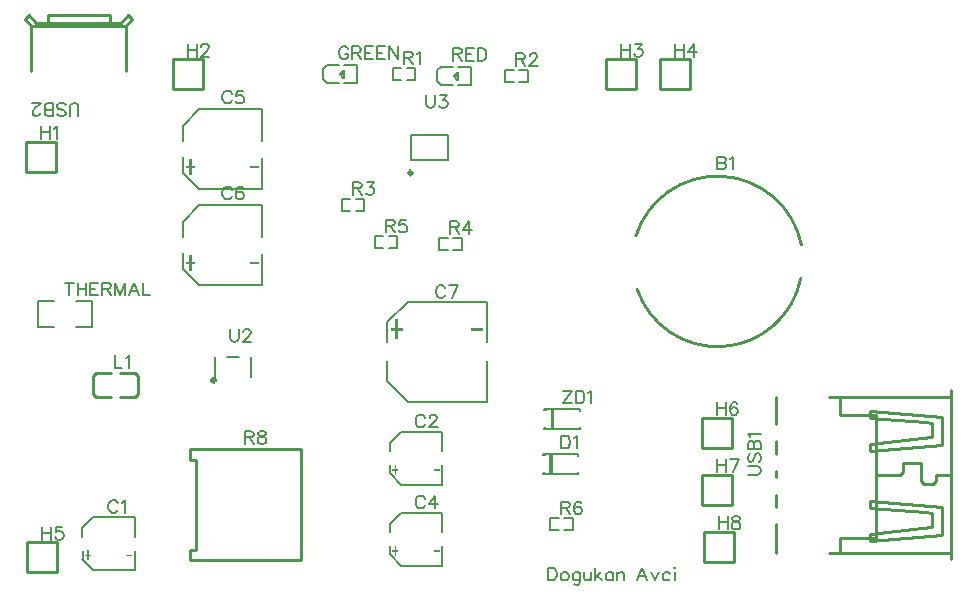
<source format=gto>
G04 Layer: TopSilkscreenLayer*
G04 EasyEDA v6.5.51, 2025-09-24 14:11:52*
G04 3cc6f75c99854130816e6aad485a8a88,01ea995e815642bba8bbaaaafbe3517a,10*
G04 Gerber Generator version 0.2*
G04 Scale: 100 percent, Rotated: No, Reflected: No *
G04 Dimensions in millimeters *
G04 leading zeros omitted , absolute positions ,4 integer and 5 decimal *
%FSLAX45Y45*%
%MOMM*%

%ADD10C,0.1524*%
%ADD11C,0.1520*%
%ADD12C,0.1500*%
%ADD13C,0.2540*%
%ADD14C,0.3000*%
%ADD15C,0.0154*%

%LPD*%
D10*
X6714845Y5881115D02*
G01*
X6714845Y5772150D01*
X6714845Y5881115D02*
G01*
X6761581Y5881115D01*
X6777075Y5876036D01*
X6782409Y5870702D01*
X6787489Y5860287D01*
X6787489Y5849873D01*
X6782409Y5839460D01*
X6777075Y5834379D01*
X6761581Y5829300D01*
X6714845Y5829300D02*
G01*
X6761581Y5829300D01*
X6777075Y5823965D01*
X6782409Y5818886D01*
X6787489Y5808471D01*
X6787489Y5792723D01*
X6782409Y5782310D01*
X6777075Y5777229D01*
X6761581Y5772150D01*
X6714845Y5772150D01*
X6821779Y5860287D02*
G01*
X6832193Y5865621D01*
X6847941Y5881115D01*
X6847941Y5772150D01*
X1639125Y2946907D02*
G01*
X1633791Y2957321D01*
X1623377Y2967736D01*
X1613217Y2972815D01*
X1592389Y2972815D01*
X1581975Y2967736D01*
X1571561Y2957321D01*
X1566227Y2946907D01*
X1561147Y2931160D01*
X1561147Y2905252D01*
X1566227Y2889757D01*
X1571561Y2879344D01*
X1581975Y2868929D01*
X1592389Y2863850D01*
X1613217Y2863850D01*
X1623377Y2868929D01*
X1633791Y2879344D01*
X1639125Y2889757D01*
X1673415Y2951987D02*
G01*
X1683829Y2957321D01*
X1699323Y2972815D01*
X1699323Y2863850D01*
X4242625Y3670807D02*
G01*
X4237291Y3681221D01*
X4226877Y3691636D01*
X4216717Y3696715D01*
X4195889Y3696715D01*
X4185475Y3691636D01*
X4175061Y3681221D01*
X4169727Y3670807D01*
X4164647Y3655060D01*
X4164647Y3629152D01*
X4169727Y3613657D01*
X4175061Y3603244D01*
X4185475Y3592829D01*
X4195889Y3587750D01*
X4216717Y3587750D01*
X4226877Y3592829D01*
X4237291Y3603244D01*
X4242625Y3613657D01*
X4281995Y3670807D02*
G01*
X4281995Y3675887D01*
X4287329Y3686302D01*
X4292409Y3691636D01*
X4302823Y3696715D01*
X4323651Y3696715D01*
X4334065Y3691636D01*
X4339145Y3686302D01*
X4344479Y3675887D01*
X4344479Y3665473D01*
X4339145Y3655060D01*
X4328731Y3639565D01*
X4276915Y3587750D01*
X4349559Y3587750D01*
X4242625Y2985007D02*
G01*
X4237291Y2995421D01*
X4226877Y3005836D01*
X4216717Y3010915D01*
X4195889Y3010915D01*
X4185475Y3005836D01*
X4175061Y2995421D01*
X4169727Y2985007D01*
X4164647Y2969260D01*
X4164647Y2943352D01*
X4169727Y2927857D01*
X4175061Y2917444D01*
X4185475Y2907029D01*
X4195889Y2901950D01*
X4216717Y2901950D01*
X4226877Y2907029D01*
X4237291Y2917444D01*
X4242625Y2927857D01*
X4328731Y3010915D02*
G01*
X4276915Y2938271D01*
X4354893Y2938271D01*
X4328731Y3010915D02*
G01*
X4328731Y2901950D01*
X2605277Y6414007D02*
G01*
X2599943Y6424421D01*
X2589529Y6434836D01*
X2579370Y6439915D01*
X2558541Y6439915D01*
X2548127Y6434836D01*
X2537713Y6424421D01*
X2532379Y6414007D01*
X2527300Y6398260D01*
X2527300Y6372352D01*
X2532379Y6356857D01*
X2537713Y6346444D01*
X2548127Y6336029D01*
X2558541Y6330950D01*
X2579370Y6330950D01*
X2589529Y6336029D01*
X2599943Y6346444D01*
X2605277Y6356857D01*
X2701797Y6439915D02*
G01*
X2649981Y6439915D01*
X2644647Y6393179D01*
X2649981Y6398260D01*
X2665475Y6403594D01*
X2680970Y6403594D01*
X2696718Y6398260D01*
X2707131Y6388100D01*
X2712211Y6372352D01*
X2712211Y6361937D01*
X2707131Y6346444D01*
X2696718Y6336029D01*
X2680970Y6330950D01*
X2665475Y6330950D01*
X2649981Y6336029D01*
X2644647Y6341110D01*
X2639568Y6351523D01*
X2605277Y5601207D02*
G01*
X2599943Y5611621D01*
X2589529Y5622036D01*
X2579370Y5627115D01*
X2558541Y5627115D01*
X2548127Y5622036D01*
X2537713Y5611621D01*
X2532379Y5601207D01*
X2527300Y5585460D01*
X2527300Y5559552D01*
X2532379Y5544057D01*
X2537713Y5533644D01*
X2548127Y5523229D01*
X2558541Y5518150D01*
X2579370Y5518150D01*
X2589529Y5523229D01*
X2599943Y5533644D01*
X2605277Y5544057D01*
X2701797Y5611621D02*
G01*
X2696718Y5622036D01*
X2680970Y5627115D01*
X2670809Y5627115D01*
X2655061Y5622036D01*
X2644647Y5606287D01*
X2639568Y5580379D01*
X2639568Y5554471D01*
X2644647Y5533644D01*
X2655061Y5523229D01*
X2670809Y5518150D01*
X2675890Y5518150D01*
X2691384Y5523229D01*
X2701797Y5533644D01*
X2707131Y5549137D01*
X2707131Y5554471D01*
X2701797Y5569965D01*
X2691384Y5580379D01*
X2675890Y5585460D01*
X2670809Y5585460D01*
X2655061Y5580379D01*
X2644647Y5569965D01*
X2639568Y5554471D01*
X4413115Y4768080D02*
G01*
X4407781Y4778494D01*
X4397367Y4788908D01*
X4387207Y4793988D01*
X4366379Y4793988D01*
X4355965Y4788908D01*
X4345551Y4778494D01*
X4340217Y4768080D01*
X4335137Y4752332D01*
X4335137Y4726424D01*
X4340217Y4710930D01*
X4345551Y4700516D01*
X4355965Y4690102D01*
X4366379Y4685022D01*
X4387207Y4685022D01*
X4397367Y4690102D01*
X4407781Y4700516D01*
X4413115Y4710930D01*
X4520049Y4793988D02*
G01*
X4468233Y4685022D01*
X4447405Y4793988D02*
G01*
X4520049Y4793988D01*
X5397500Y3518915D02*
G01*
X5397500Y3409950D01*
X5397500Y3518915D02*
G01*
X5433822Y3518915D01*
X5449570Y3513836D01*
X5459729Y3503421D01*
X5465063Y3493007D01*
X5470143Y3477260D01*
X5470143Y3451352D01*
X5465063Y3435857D01*
X5459729Y3425444D01*
X5449570Y3415029D01*
X5433822Y3409950D01*
X5397500Y3409950D01*
X5504434Y3498087D02*
G01*
X5514847Y3503421D01*
X5530595Y3518915D01*
X5530595Y3409950D01*
X5482843Y3899915D02*
G01*
X5410200Y3790950D01*
X5410200Y3899915D02*
G01*
X5482843Y3899915D01*
X5410200Y3790950D02*
G01*
X5482843Y3790950D01*
X5517134Y3899915D02*
G01*
X5517134Y3790950D01*
X5517134Y3899915D02*
G01*
X5553709Y3899915D01*
X5569204Y3894836D01*
X5579618Y3884421D01*
X5584697Y3874007D01*
X5590031Y3858260D01*
X5590031Y3832352D01*
X5584697Y3816857D01*
X5579618Y3806444D01*
X5569204Y3796029D01*
X5553709Y3790950D01*
X5517134Y3790950D01*
X5624322Y3879087D02*
G01*
X5634736Y3884421D01*
X5650229Y3899915D01*
X5650229Y3790950D01*
X3593020Y6787959D02*
G01*
X3587686Y6798373D01*
X3577272Y6808787D01*
X3567112Y6813867D01*
X3546284Y6813867D01*
X3535870Y6808787D01*
X3525456Y6798373D01*
X3520122Y6787959D01*
X3515042Y6772211D01*
X3515042Y6746303D01*
X3520122Y6730809D01*
X3525456Y6720395D01*
X3535870Y6709981D01*
X3546284Y6704901D01*
X3567112Y6704901D01*
X3577272Y6709981D01*
X3587686Y6720395D01*
X3593020Y6730809D01*
X3593020Y6746303D01*
X3567112Y6746303D02*
G01*
X3593020Y6746303D01*
X3627310Y6813867D02*
G01*
X3627310Y6704901D01*
X3627310Y6813867D02*
G01*
X3674046Y6813867D01*
X3689540Y6808787D01*
X3694874Y6803453D01*
X3699954Y6793039D01*
X3699954Y6782625D01*
X3694874Y6772211D01*
X3689540Y6767131D01*
X3674046Y6762051D01*
X3627310Y6762051D01*
X3663632Y6762051D02*
G01*
X3699954Y6704901D01*
X3734244Y6813867D02*
G01*
X3734244Y6704901D01*
X3734244Y6813867D02*
G01*
X3801808Y6813867D01*
X3734244Y6762051D02*
G01*
X3775900Y6762051D01*
X3734244Y6704901D02*
G01*
X3801808Y6704901D01*
X3836098Y6813867D02*
G01*
X3836098Y6704901D01*
X3836098Y6813867D02*
G01*
X3903662Y6813867D01*
X3836098Y6762051D02*
G01*
X3877754Y6762051D01*
X3836098Y6704901D02*
G01*
X3903662Y6704901D01*
X3937952Y6813867D02*
G01*
X3937952Y6704901D01*
X3937952Y6813867D02*
G01*
X4010596Y6704901D01*
X4010596Y6813867D02*
G01*
X4010596Y6704901D01*
X4480242Y6801167D02*
G01*
X4480242Y6692201D01*
X4480242Y6801167D02*
G01*
X4526978Y6801167D01*
X4542472Y6796087D01*
X4547806Y6790753D01*
X4552886Y6780339D01*
X4552886Y6769925D01*
X4547806Y6759511D01*
X4542472Y6754431D01*
X4526978Y6749351D01*
X4480242Y6749351D01*
X4516564Y6749351D02*
G01*
X4552886Y6692201D01*
X4587176Y6801167D02*
G01*
X4587176Y6692201D01*
X4587176Y6801167D02*
G01*
X4654740Y6801167D01*
X4587176Y6749351D02*
G01*
X4628832Y6749351D01*
X4587176Y6692201D02*
G01*
X4654740Y6692201D01*
X4689030Y6801167D02*
G01*
X4689030Y6692201D01*
X4689030Y6801167D02*
G01*
X4725352Y6801167D01*
X4741100Y6796087D01*
X4751514Y6785673D01*
X4756594Y6775259D01*
X4761928Y6759511D01*
X4761928Y6733603D01*
X4756594Y6718109D01*
X4751514Y6707695D01*
X4741100Y6697281D01*
X4725352Y6692201D01*
X4689030Y6692201D01*
X990600Y6137655D02*
G01*
X990600Y6028689D01*
X1063244Y6137655D02*
G01*
X1063244Y6028689D01*
X990600Y6085839D02*
G01*
X1063244Y6085839D01*
X1097534Y6116828D02*
G01*
X1107947Y6122162D01*
X1123695Y6137655D01*
X1123695Y6028689D01*
X2235200Y6836155D02*
G01*
X2235200Y6727189D01*
X2307843Y6836155D02*
G01*
X2307843Y6727189D01*
X2235200Y6784339D02*
G01*
X2307843Y6784339D01*
X2347468Y6810247D02*
G01*
X2347468Y6815328D01*
X2352547Y6825742D01*
X2357881Y6831076D01*
X2368295Y6836155D01*
X2388870Y6836155D01*
X2399284Y6831076D01*
X2404618Y6825742D01*
X2409697Y6815328D01*
X2409697Y6804913D01*
X2404618Y6794500D01*
X2394204Y6779005D01*
X2342134Y6727189D01*
X2415031Y6727189D01*
X5905500Y6836155D02*
G01*
X5905500Y6727189D01*
X5978143Y6836155D02*
G01*
X5978143Y6727189D01*
X5905500Y6784339D02*
G01*
X5978143Y6784339D01*
X6022847Y6836155D02*
G01*
X6079997Y6836155D01*
X6049009Y6794500D01*
X6064504Y6794500D01*
X6074918Y6789420D01*
X6079997Y6784339D01*
X6085331Y6768592D01*
X6085331Y6758178D01*
X6079997Y6742684D01*
X6069584Y6732270D01*
X6054090Y6727189D01*
X6038595Y6727189D01*
X6022847Y6732270D01*
X6017768Y6737350D01*
X6012434Y6747763D01*
X6362700Y6836155D02*
G01*
X6362700Y6727189D01*
X6435343Y6836155D02*
G01*
X6435343Y6727189D01*
X6362700Y6784339D02*
G01*
X6435343Y6784339D01*
X6521704Y6836155D02*
G01*
X6469634Y6763512D01*
X6547611Y6763512D01*
X6521704Y6836155D02*
G01*
X6521704Y6727189D01*
X1003300Y2746755D02*
G01*
X1003300Y2637789D01*
X1075944Y2746755D02*
G01*
X1075944Y2637789D01*
X1003300Y2694939D02*
G01*
X1075944Y2694939D01*
X1172718Y2746755D02*
G01*
X1120647Y2746755D01*
X1115568Y2700020D01*
X1120647Y2705100D01*
X1136395Y2710434D01*
X1151889Y2710434D01*
X1167384Y2705100D01*
X1177797Y2694939D01*
X1183131Y2679192D01*
X1183131Y2668778D01*
X1177797Y2653284D01*
X1167384Y2642870D01*
X1151889Y2637789D01*
X1136395Y2637789D01*
X1120647Y2642870D01*
X1115568Y2647950D01*
X1110234Y2658363D01*
X6718300Y3800855D02*
G01*
X6718300Y3691889D01*
X6790943Y3800855D02*
G01*
X6790943Y3691889D01*
X6718300Y3749039D02*
G01*
X6790943Y3749039D01*
X6887718Y3785362D02*
G01*
X6882384Y3795776D01*
X6866890Y3800855D01*
X6856475Y3800855D01*
X6840981Y3795776D01*
X6830568Y3780028D01*
X6825234Y3754120D01*
X6825234Y3728212D01*
X6830568Y3707384D01*
X6840981Y3696970D01*
X6856475Y3691889D01*
X6861809Y3691889D01*
X6877304Y3696970D01*
X6887718Y3707384D01*
X6892797Y3722878D01*
X6892797Y3728212D01*
X6887718Y3743705D01*
X6877304Y3754120D01*
X6861809Y3759200D01*
X6856475Y3759200D01*
X6840981Y3754120D01*
X6830568Y3743705D01*
X6825234Y3728212D01*
X6718300Y3318255D02*
G01*
X6718300Y3209289D01*
X6790943Y3318255D02*
G01*
X6790943Y3209289D01*
X6718300Y3266439D02*
G01*
X6790943Y3266439D01*
X6898131Y3318255D02*
G01*
X6846061Y3209289D01*
X6825234Y3318255D02*
G01*
X6898131Y3318255D01*
X6731000Y2835655D02*
G01*
X6731000Y2726689D01*
X6803643Y2835655D02*
G01*
X6803643Y2726689D01*
X6731000Y2783839D02*
G01*
X6803643Y2783839D01*
X6864095Y2835655D02*
G01*
X6848347Y2830576D01*
X6843268Y2820162D01*
X6843268Y2809747D01*
X6848347Y2799334D01*
X6858761Y2794000D01*
X6879590Y2788920D01*
X6895084Y2783839D01*
X6905497Y2773426D01*
X6910831Y2763012D01*
X6910831Y2747263D01*
X6905497Y2736850D01*
X6900418Y2731770D01*
X6884670Y2726689D01*
X6864095Y2726689D01*
X6848347Y2731770D01*
X6843268Y2736850D01*
X6837934Y2747263D01*
X6837934Y2763012D01*
X6843268Y2773426D01*
X6853681Y2783839D01*
X6869175Y2788920D01*
X6890004Y2794000D01*
X6900418Y2799334D01*
X6905497Y2809747D01*
X6905497Y2820162D01*
X6900418Y2830576D01*
X6884670Y2835655D01*
X6864095Y2835655D01*
X1616329Y4197426D02*
G01*
X1616329Y4088460D01*
X1616329Y4088460D02*
G01*
X1678559Y4088460D01*
X1712848Y4176598D02*
G01*
X1723262Y4181932D01*
X1739011Y4197426D01*
X1739011Y4088460D01*
X4064000Y6770115D02*
G01*
X4064000Y6661150D01*
X4064000Y6770115D02*
G01*
X4110736Y6770115D01*
X4126229Y6765036D01*
X4131563Y6759702D01*
X4136643Y6749287D01*
X4136643Y6738873D01*
X4131563Y6728460D01*
X4126229Y6723379D01*
X4110736Y6718300D01*
X4064000Y6718300D01*
X4100322Y6718300D02*
G01*
X4136643Y6661150D01*
X4170934Y6749287D02*
G01*
X4181347Y6754621D01*
X4197095Y6770115D01*
X4197095Y6661150D01*
X5016500Y6757415D02*
G01*
X5016500Y6648450D01*
X5016500Y6757415D02*
G01*
X5063236Y6757415D01*
X5078729Y6752336D01*
X5084063Y6747002D01*
X5089143Y6736587D01*
X5089143Y6726173D01*
X5084063Y6715760D01*
X5078729Y6710679D01*
X5063236Y6705600D01*
X5016500Y6705600D01*
X5052822Y6705600D02*
G01*
X5089143Y6648450D01*
X5128768Y6731508D02*
G01*
X5128768Y6736587D01*
X5133847Y6747002D01*
X5139181Y6752336D01*
X5149595Y6757415D01*
X5170170Y6757415D01*
X5180584Y6752336D01*
X5185918Y6747002D01*
X5190997Y6736587D01*
X5190997Y6726173D01*
X5185918Y6715760D01*
X5175504Y6700265D01*
X5123434Y6648450D01*
X5196331Y6648450D01*
X3632200Y5665215D02*
G01*
X3632200Y5556250D01*
X3632200Y5665215D02*
G01*
X3678936Y5665215D01*
X3694429Y5660136D01*
X3699763Y5654802D01*
X3704843Y5644387D01*
X3704843Y5633973D01*
X3699763Y5623560D01*
X3694429Y5618479D01*
X3678936Y5613400D01*
X3632200Y5613400D01*
X3668522Y5613400D02*
G01*
X3704843Y5556250D01*
X3749547Y5665215D02*
G01*
X3806697Y5665215D01*
X3775709Y5623560D01*
X3791204Y5623560D01*
X3801618Y5618479D01*
X3806697Y5613400D01*
X3812031Y5597652D01*
X3812031Y5587237D01*
X3806697Y5571744D01*
X3796284Y5561329D01*
X3780790Y5556250D01*
X3765295Y5556250D01*
X3749547Y5561329D01*
X3744468Y5566410D01*
X3739134Y5576823D01*
X4457700Y5335015D02*
G01*
X4457700Y5226050D01*
X4457700Y5335015D02*
G01*
X4504436Y5335015D01*
X4519929Y5329936D01*
X4525263Y5324602D01*
X4530343Y5314187D01*
X4530343Y5303773D01*
X4525263Y5293360D01*
X4519929Y5288279D01*
X4504436Y5283200D01*
X4457700Y5283200D01*
X4494022Y5283200D02*
G01*
X4530343Y5226050D01*
X4616704Y5335015D02*
G01*
X4564634Y5262371D01*
X4642611Y5262371D01*
X4616704Y5335015D02*
G01*
X4616704Y5226050D01*
X3911600Y5347715D02*
G01*
X3911600Y5238750D01*
X3911600Y5347715D02*
G01*
X3958336Y5347715D01*
X3973829Y5342636D01*
X3979163Y5337302D01*
X3984243Y5326887D01*
X3984243Y5316473D01*
X3979163Y5306060D01*
X3973829Y5300979D01*
X3958336Y5295900D01*
X3911600Y5295900D01*
X3947922Y5295900D02*
G01*
X3984243Y5238750D01*
X4081018Y5347715D02*
G01*
X4028947Y5347715D01*
X4023868Y5300979D01*
X4028947Y5306060D01*
X4044695Y5311394D01*
X4060190Y5311394D01*
X4075684Y5306060D01*
X4086097Y5295900D01*
X4091431Y5280152D01*
X4091431Y5269737D01*
X4086097Y5254244D01*
X4075684Y5243829D01*
X4060190Y5238750D01*
X4044695Y5238750D01*
X4028947Y5243829D01*
X4023868Y5248910D01*
X4018534Y5259323D01*
X5397500Y2960115D02*
G01*
X5397500Y2851150D01*
X5397500Y2960115D02*
G01*
X5444236Y2960115D01*
X5459729Y2955036D01*
X5465063Y2949702D01*
X5470143Y2939287D01*
X5470143Y2928873D01*
X5465063Y2918460D01*
X5459729Y2913379D01*
X5444236Y2908300D01*
X5397500Y2908300D01*
X5433822Y2908300D02*
G01*
X5470143Y2851150D01*
X5566918Y2944621D02*
G01*
X5561584Y2955036D01*
X5546090Y2960115D01*
X5535675Y2960115D01*
X5520181Y2955036D01*
X5509768Y2939287D01*
X5504434Y2913379D01*
X5504434Y2887471D01*
X5509768Y2866644D01*
X5520181Y2856229D01*
X5535675Y2851150D01*
X5541009Y2851150D01*
X5556504Y2856229D01*
X5566918Y2866644D01*
X5571997Y2882137D01*
X5571997Y2887471D01*
X5566918Y2902965D01*
X5556504Y2913379D01*
X5541009Y2918460D01*
X5535675Y2918460D01*
X5520181Y2913379D01*
X5509768Y2902965D01*
X5504434Y2887471D01*
X2717800Y3557015D02*
G01*
X2717800Y3448050D01*
X2717800Y3557015D02*
G01*
X2764536Y3557015D01*
X2780029Y3551936D01*
X2785363Y3546602D01*
X2790443Y3536187D01*
X2790443Y3525773D01*
X2785363Y3515360D01*
X2780029Y3510279D01*
X2764536Y3505200D01*
X2717800Y3505200D01*
X2754122Y3505200D02*
G01*
X2790443Y3448050D01*
X2850895Y3557015D02*
G01*
X2835147Y3551936D01*
X2830068Y3541521D01*
X2830068Y3531107D01*
X2835147Y3520694D01*
X2845561Y3515360D01*
X2866390Y3510279D01*
X2881884Y3505200D01*
X2892297Y3494786D01*
X2897631Y3484371D01*
X2897631Y3468623D01*
X2892297Y3458210D01*
X2887218Y3453129D01*
X2871470Y3448050D01*
X2850895Y3448050D01*
X2835147Y3453129D01*
X2830068Y3458210D01*
X2824734Y3468623D01*
X2824734Y3484371D01*
X2830068Y3494786D01*
X2840481Y3505200D01*
X2855975Y3510279D01*
X2876804Y3515360D01*
X2887218Y3520694D01*
X2892297Y3531107D01*
X2892297Y3541521D01*
X2887218Y3551936D01*
X2871470Y3557015D01*
X2850895Y3557015D01*
X1230121Y4814315D02*
G01*
X1230121Y4705350D01*
X1193800Y4814315D02*
G01*
X1266444Y4814315D01*
X1300734Y4814315D02*
G01*
X1300734Y4705350D01*
X1373631Y4814315D02*
G01*
X1373631Y4705350D01*
X1300734Y4762500D02*
G01*
X1373631Y4762500D01*
X1407921Y4814315D02*
G01*
X1407921Y4705350D01*
X1407921Y4814315D02*
G01*
X1475486Y4814315D01*
X1407921Y4762500D02*
G01*
X1449323Y4762500D01*
X1407921Y4705350D02*
G01*
X1475486Y4705350D01*
X1509776Y4814315D02*
G01*
X1509776Y4705350D01*
X1509776Y4814315D02*
G01*
X1556512Y4814315D01*
X1572005Y4809236D01*
X1577339Y4803902D01*
X1582420Y4793487D01*
X1582420Y4783073D01*
X1577339Y4772660D01*
X1572005Y4767579D01*
X1556512Y4762500D01*
X1509776Y4762500D01*
X1546097Y4762500D02*
G01*
X1582420Y4705350D01*
X1616710Y4814315D02*
G01*
X1616710Y4705350D01*
X1616710Y4814315D02*
G01*
X1658365Y4705350D01*
X1699768Y4814315D02*
G01*
X1658365Y4705350D01*
X1699768Y4814315D02*
G01*
X1699768Y4705350D01*
X1775713Y4814315D02*
G01*
X1734057Y4705350D01*
X1775713Y4814315D02*
G01*
X1817370Y4705350D01*
X1749805Y4741671D02*
G01*
X1801621Y4741671D01*
X1851660Y4814315D02*
G01*
X1851660Y4705350D01*
X1851660Y4705350D02*
G01*
X1913889Y4705350D01*
X2590800Y4420615D02*
G01*
X2590800Y4342637D01*
X2595879Y4327144D01*
X2606293Y4316729D01*
X2622041Y4311650D01*
X2632456Y4311650D01*
X2647950Y4316729D01*
X2658363Y4327144D01*
X2663443Y4342637D01*
X2663443Y4420615D01*
X2703068Y4394707D02*
G01*
X2703068Y4399787D01*
X2708147Y4410202D01*
X2713481Y4415536D01*
X2723895Y4420615D01*
X2744470Y4420615D01*
X2754884Y4415536D01*
X2760218Y4410202D01*
X2765297Y4399787D01*
X2765297Y4389373D01*
X2760218Y4378960D01*
X2749804Y4363465D01*
X2697734Y4311650D01*
X2770631Y4311650D01*
X4254500Y6401815D02*
G01*
X4254500Y6323837D01*
X4259579Y6308344D01*
X4269993Y6297929D01*
X4285741Y6292850D01*
X4296156Y6292850D01*
X4311650Y6297929D01*
X4322063Y6308344D01*
X4327143Y6323837D01*
X4327143Y6401815D01*
X4371847Y6401815D02*
G01*
X4428997Y6401815D01*
X4398009Y6360160D01*
X4413504Y6360160D01*
X4423918Y6355079D01*
X4428997Y6350000D01*
X4434331Y6334252D01*
X4434331Y6323837D01*
X4428997Y6308344D01*
X4418584Y6297929D01*
X4403090Y6292850D01*
X4387595Y6292850D01*
X4371847Y6297929D01*
X4366768Y6303010D01*
X4361434Y6313423D01*
X6976427Y3187636D02*
G01*
X7054405Y3187636D01*
X7069899Y3192716D01*
X7080313Y3203130D01*
X7085393Y3218878D01*
X7085393Y3229292D01*
X7080313Y3244786D01*
X7069899Y3255200D01*
X7054405Y3260280D01*
X6976427Y3260280D01*
X6991921Y3367468D02*
G01*
X6981507Y3357054D01*
X6976427Y3341306D01*
X6976427Y3320732D01*
X6981507Y3304984D01*
X6991921Y3294570D01*
X7002335Y3294570D01*
X7012749Y3299904D01*
X7018083Y3304984D01*
X7023163Y3315398D01*
X7033577Y3346640D01*
X7038657Y3357054D01*
X7043991Y3362134D01*
X7054405Y3367468D01*
X7069899Y3367468D01*
X7080313Y3357054D01*
X7085393Y3341306D01*
X7085393Y3320732D01*
X7080313Y3304984D01*
X7069899Y3294570D01*
X6976427Y3401758D02*
G01*
X7085393Y3401758D01*
X6976427Y3401758D02*
G01*
X6976427Y3448494D01*
X6981507Y3463988D01*
X6986841Y3469322D01*
X6997255Y3474402D01*
X7007669Y3474402D01*
X7018083Y3469322D01*
X7023163Y3463988D01*
X7028243Y3448494D01*
X7028243Y3401758D02*
G01*
X7028243Y3448494D01*
X7033577Y3463988D01*
X7038657Y3469322D01*
X7049071Y3474402D01*
X7064819Y3474402D01*
X7075233Y3469322D01*
X7080313Y3463988D01*
X7085393Y3448494D01*
X7085393Y3401758D01*
X6997255Y3508692D02*
G01*
X6991921Y3519106D01*
X6976427Y3534600D01*
X7085393Y3534600D01*
X1308100Y6225227D02*
G01*
X1308100Y6303205D01*
X1303020Y6318699D01*
X1292605Y6329113D01*
X1276857Y6334193D01*
X1266444Y6334193D01*
X1250950Y6329113D01*
X1240536Y6318699D01*
X1235455Y6303205D01*
X1235455Y6225227D01*
X1128268Y6240721D02*
G01*
X1138681Y6230307D01*
X1154429Y6225227D01*
X1175004Y6225227D01*
X1190752Y6230307D01*
X1201165Y6240721D01*
X1201165Y6251135D01*
X1195831Y6261549D01*
X1190752Y6266883D01*
X1180337Y6271963D01*
X1149095Y6282377D01*
X1138681Y6287457D01*
X1133602Y6292791D01*
X1128268Y6303205D01*
X1128268Y6318699D01*
X1138681Y6329113D01*
X1154429Y6334193D01*
X1175004Y6334193D01*
X1190752Y6329113D01*
X1201165Y6318699D01*
X1093978Y6225227D02*
G01*
X1093978Y6334193D01*
X1093978Y6225227D02*
G01*
X1047242Y6225227D01*
X1031747Y6230307D01*
X1026413Y6235641D01*
X1021334Y6246055D01*
X1021334Y6256469D01*
X1026413Y6266883D01*
X1031747Y6271963D01*
X1047242Y6277043D01*
X1093978Y6277043D02*
G01*
X1047242Y6277043D01*
X1031747Y6282377D01*
X1026413Y6287457D01*
X1021334Y6297871D01*
X1021334Y6313619D01*
X1026413Y6324033D01*
X1031747Y6329113D01*
X1047242Y6334193D01*
X1093978Y6334193D01*
X981710Y6251135D02*
G01*
X981710Y6246055D01*
X976629Y6235641D01*
X971550Y6230307D01*
X961136Y6225227D01*
X940307Y6225227D01*
X929894Y6230307D01*
X924560Y6235641D01*
X919479Y6246055D01*
X919479Y6256469D01*
X924560Y6266883D01*
X934973Y6282377D01*
X987044Y6334193D01*
X914400Y6334193D01*
X5283200Y2401315D02*
G01*
X5283200Y2292350D01*
X5283200Y2401315D02*
G01*
X5319522Y2401315D01*
X5335270Y2396236D01*
X5345429Y2385821D01*
X5350763Y2375407D01*
X5355843Y2359660D01*
X5355843Y2333752D01*
X5350763Y2318257D01*
X5345429Y2307844D01*
X5335270Y2297429D01*
X5319522Y2292350D01*
X5283200Y2292350D01*
X5416295Y2364994D02*
G01*
X5405881Y2359660D01*
X5395468Y2349500D01*
X5390134Y2333752D01*
X5390134Y2323337D01*
X5395468Y2307844D01*
X5405881Y2297429D01*
X5416295Y2292350D01*
X5431790Y2292350D01*
X5442204Y2297429D01*
X5452618Y2307844D01*
X5457697Y2323337D01*
X5457697Y2333752D01*
X5452618Y2349500D01*
X5442204Y2359660D01*
X5431790Y2364994D01*
X5416295Y2364994D01*
X5554472Y2364994D02*
G01*
X5554472Y2281936D01*
X5549138Y2266187D01*
X5544058Y2261107D01*
X5533643Y2255773D01*
X5518150Y2255773D01*
X5507736Y2261107D01*
X5554472Y2349500D02*
G01*
X5544058Y2359660D01*
X5533643Y2364994D01*
X5518150Y2364994D01*
X5507736Y2359660D01*
X5497322Y2349500D01*
X5491988Y2333752D01*
X5491988Y2323337D01*
X5497322Y2307844D01*
X5507736Y2297429D01*
X5518150Y2292350D01*
X5533643Y2292350D01*
X5544058Y2297429D01*
X5554472Y2307844D01*
X5588761Y2364994D02*
G01*
X5588761Y2312923D01*
X5593841Y2297429D01*
X5604256Y2292350D01*
X5619750Y2292350D01*
X5630163Y2297429D01*
X5645911Y2312923D01*
X5645911Y2364994D02*
G01*
X5645911Y2292350D01*
X5680202Y2401315D02*
G01*
X5680202Y2292350D01*
X5732018Y2364994D02*
G01*
X5680202Y2312923D01*
X5701029Y2333752D02*
G01*
X5737352Y2292350D01*
X5833872Y2364994D02*
G01*
X5833872Y2292350D01*
X5833872Y2349500D02*
G01*
X5823458Y2359660D01*
X5813043Y2364994D01*
X5797550Y2364994D01*
X5787136Y2359660D01*
X5776722Y2349500D01*
X5771641Y2333752D01*
X5771641Y2323337D01*
X5776722Y2307844D01*
X5787136Y2297429D01*
X5797550Y2292350D01*
X5813043Y2292350D01*
X5823458Y2297429D01*
X5833872Y2307844D01*
X5868161Y2364994D02*
G01*
X5868161Y2292350D01*
X5868161Y2344165D02*
G01*
X5883909Y2359660D01*
X5894070Y2364994D01*
X5909818Y2364994D01*
X5920231Y2359660D01*
X5925311Y2344165D01*
X5925311Y2292350D01*
X6081268Y2401315D02*
G01*
X6039611Y2292350D01*
X6081268Y2401315D02*
G01*
X6122670Y2292350D01*
X6055359Y2328671D02*
G01*
X6107175Y2328671D01*
X6156959Y2364994D02*
G01*
X6188202Y2292350D01*
X6219443Y2364994D02*
G01*
X6188202Y2292350D01*
X6315963Y2349500D02*
G01*
X6305550Y2359660D01*
X6295390Y2364994D01*
X6279641Y2364994D01*
X6269227Y2359660D01*
X6258813Y2349500D01*
X6253734Y2333752D01*
X6253734Y2323337D01*
X6258813Y2307844D01*
X6269227Y2297429D01*
X6279641Y2292350D01*
X6295390Y2292350D01*
X6305550Y2297429D01*
X6315963Y2307844D01*
X6350254Y2401315D02*
G01*
X6355588Y2396236D01*
X6360668Y2401315D01*
X6355588Y2406650D01*
X6350254Y2401315D01*
X6355588Y2364994D02*
G01*
X6355588Y2292350D01*
G36*
X1713534Y2511044D02*
G01*
X1713534Y2498140D01*
X1765147Y2498140D01*
X1765147Y2511044D01*
G37*
G36*
X1360932Y2511044D02*
G01*
X1360932Y2498140D01*
X1412544Y2498140D01*
X1412544Y2511044D01*
G37*
G36*
X1380286Y2547620D02*
G01*
X1380286Y2461615D01*
X1393190Y2461615D01*
X1393190Y2547620D01*
G37*
G36*
X4317034Y3234944D02*
G01*
X4317034Y3222040D01*
X4368647Y3222040D01*
X4368647Y3234944D01*
G37*
G36*
X3964432Y3234944D02*
G01*
X3964432Y3222040D01*
X4016044Y3222040D01*
X4016044Y3234944D01*
G37*
G36*
X3983786Y3271520D02*
G01*
X3983786Y3185515D01*
X3996690Y3185515D01*
X3996690Y3271520D01*
G37*
G36*
X4317034Y2549144D02*
G01*
X4317034Y2536240D01*
X4368647Y2536240D01*
X4368647Y2549144D01*
G37*
G36*
X3964432Y2549144D02*
G01*
X3964432Y2536240D01*
X4016044Y2536240D01*
X4016044Y2549144D01*
G37*
G36*
X3983786Y2585720D02*
G01*
X3983786Y2499715D01*
X3996690Y2499715D01*
X3996690Y2585720D01*
G37*
G36*
X2758287Y5801715D02*
G01*
X2758287Y5781903D01*
X2837484Y5781903D01*
X2837484Y5801715D01*
G37*
G36*
X2217115Y5801715D02*
G01*
X2217115Y5781903D01*
X2296312Y5781903D01*
X2296312Y5801715D01*
G37*
G36*
X2246782Y5857798D02*
G01*
X2246782Y5725820D01*
X2266594Y5725820D01*
X2266594Y5857798D01*
G37*
G36*
X2758287Y4988915D02*
G01*
X2758287Y4969103D01*
X2837484Y4969103D01*
X2837484Y4988915D01*
G37*
G36*
X2217115Y4988915D02*
G01*
X2217115Y4969103D01*
X2296312Y4969103D01*
X2296312Y4988915D01*
G37*
G36*
X2246782Y5044998D02*
G01*
X2246782Y4913020D01*
X2266594Y4913020D01*
X2266594Y5044998D01*
G37*
G36*
X4633874Y4432452D02*
G01*
X4633874Y4407560D01*
X4733493Y4407560D01*
X4733493Y4432452D01*
G37*
G36*
X3953306Y4432452D02*
G01*
X3953306Y4407560D01*
X4052874Y4407560D01*
X4052874Y4432452D01*
G37*
G36*
X3990644Y4503013D02*
G01*
X3990644Y4336999D01*
X4015536Y4336999D01*
X4015536Y4503013D01*
G37*
X1343769Y2474495D02*
G01*
X1343769Y2542753D01*
X1785673Y2542753D02*
G01*
X1785673Y2380879D01*
X1434053Y2380879D01*
X1340434Y2474495D01*
X1785673Y2664241D02*
G01*
X1785673Y2826115D01*
X1434056Y2826115D01*
X1340436Y2732491D01*
X1340436Y2664241D01*
X3947269Y3198395D02*
G01*
X3947269Y3266653D01*
X4389173Y3266653D02*
G01*
X4389173Y3104779D01*
X4037553Y3104779D01*
X3943934Y3198395D01*
X4389173Y3388141D02*
G01*
X4389173Y3550015D01*
X4037556Y3550015D01*
X3943936Y3456391D01*
X3943936Y3388141D01*
X3947269Y2512595D02*
G01*
X3947269Y2580853D01*
X4389173Y2580853D02*
G01*
X4389173Y2418979D01*
X4037553Y2418979D01*
X3943934Y2512595D01*
X4389173Y2702341D02*
G01*
X4389173Y2864215D01*
X4037556Y2864215D01*
X3943936Y2770591D01*
X3943936Y2702341D01*
X2862861Y5869673D02*
G01*
X2864865Y5606034D01*
X2329179Y5606034D01*
X2189734Y5745479D01*
X2191070Y5875020D01*
X2864248Y6014369D02*
G01*
X2864916Y6281216D01*
X2329296Y6281216D01*
X2189683Y6141603D01*
X2189683Y6012179D01*
X2862861Y5056873D02*
G01*
X2864865Y4793234D01*
X2329179Y4793234D01*
X2189734Y4932679D01*
X2191070Y5062220D01*
X2864248Y5201569D02*
G01*
X2864916Y5468416D01*
X2329296Y5468416D01*
X2189683Y5328803D01*
X2189683Y5199379D01*
X4766015Y4307331D02*
G01*
X4766015Y4651715D01*
X4094396Y4651715D01*
X3920769Y4478088D01*
X3920769Y4307331D01*
X4766015Y4150852D02*
G01*
X4766015Y3806469D01*
X4094396Y3806469D01*
X3920769Y3980096D01*
X3920769Y4150852D01*
D11*
X5239499Y3201085D02*
G01*
X5256883Y3201085D01*
X5239499Y3352114D02*
G01*
X5256883Y3352114D01*
X5239499Y3352114D02*
G01*
X5239499Y3363219D01*
X5256883Y3363219D01*
X5256883Y3189980D02*
G01*
X5239499Y3189980D01*
X5239499Y3201085D01*
X5256883Y3201085D02*
G01*
X5256883Y3189980D01*
X5256883Y3363219D02*
G01*
X5256883Y3352114D01*
X5314787Y3363219D02*
G01*
X5314787Y3189980D01*
D10*
X5300499Y3363219D02*
G01*
X5300499Y3189980D01*
X5256883Y3363219D02*
G01*
X5538116Y3363219D01*
X5538116Y3363219D02*
G01*
X5538116Y3346419D01*
X5256883Y3189980D02*
G01*
X5538116Y3189980D01*
X5538116Y3189980D02*
G01*
X5538116Y3206780D01*
D11*
X5252199Y3582085D02*
G01*
X5269583Y3582085D01*
X5252199Y3733114D02*
G01*
X5269583Y3733114D01*
X5252199Y3733114D02*
G01*
X5252199Y3744219D01*
X5269583Y3744219D01*
X5269583Y3570980D02*
G01*
X5252199Y3570980D01*
X5252199Y3582085D01*
X5269583Y3582085D02*
G01*
X5269583Y3570980D01*
X5269583Y3744219D02*
G01*
X5269583Y3733114D01*
X5327487Y3744219D02*
G01*
X5327487Y3570980D01*
D10*
X5313199Y3744219D02*
G01*
X5313199Y3570980D01*
X5269583Y3744219D02*
G01*
X5550816Y3744219D01*
X5550816Y3744219D02*
G01*
X5550816Y3727419D01*
X5269583Y3570980D02*
G01*
X5550816Y3570980D01*
X5550816Y3570980D02*
G01*
X5550816Y3587780D01*
D12*
X3552642Y6546248D02*
G01*
X3551646Y6546248D01*
X3518641Y6579252D01*
X3552642Y6614251D02*
G01*
X3552642Y6613253D01*
X3518641Y6579252D01*
X3552642Y6614251D02*
G01*
X3552642Y6546248D01*
X3554646Y6654258D02*
G01*
X3669647Y6654258D01*
X3554646Y6504246D02*
G01*
X3669647Y6504246D01*
X3669647Y6654248D02*
G01*
X3669647Y6506255D01*
X3516645Y6504015D02*
G01*
X3411634Y6504015D01*
X3381639Y6544022D02*
G01*
X3381639Y6534020D01*
X3411634Y6504015D01*
X3381639Y6614017D02*
G01*
X3381639Y6544022D01*
X3381639Y6614017D02*
G01*
X3381639Y6624032D01*
X3411634Y6654027D01*
X3516645Y6654027D02*
G01*
X3411634Y6654027D01*
X3552642Y6579252D02*
G01*
X3518641Y6579252D01*
X4517842Y6533548D02*
G01*
X4516846Y6533548D01*
X4483841Y6566552D01*
X4517842Y6601551D02*
G01*
X4517842Y6600553D01*
X4483841Y6566552D01*
X4517842Y6601551D02*
G01*
X4517842Y6533548D01*
X4519846Y6641558D02*
G01*
X4634847Y6641558D01*
X4519846Y6491546D02*
G01*
X4634847Y6491546D01*
X4634847Y6641548D02*
G01*
X4634847Y6493555D01*
X4481845Y6491315D02*
G01*
X4376834Y6491315D01*
X4346839Y6531322D02*
G01*
X4346839Y6521320D01*
X4376834Y6491315D01*
X4346839Y6601317D02*
G01*
X4346839Y6531322D01*
X4346839Y6601317D02*
G01*
X4346839Y6611332D01*
X4376834Y6641327D01*
X4481845Y6641327D02*
G01*
X4376834Y6641327D01*
X4517842Y6566552D02*
G01*
X4483841Y6566552D01*
D13*
X1117600Y6007100D02*
G01*
X1117600Y5753100D01*
X863600Y5753100D01*
X863600Y6007100D01*
X1117600Y6007100D01*
X2362200Y6705600D02*
G01*
X2362200Y6451600D01*
X2108200Y6451600D01*
X2108200Y6705600D01*
X2362200Y6705600D01*
X6032500Y6705600D02*
G01*
X6032500Y6451600D01*
X5778500Y6451600D01*
X5778500Y6705600D01*
X6032500Y6705600D01*
X6489700Y6705600D02*
G01*
X6489700Y6451600D01*
X6235700Y6451600D01*
X6235700Y6705600D01*
X6489700Y6705600D01*
X1130300Y2616200D02*
G01*
X1130300Y2362200D01*
X876300Y2362200D01*
X876300Y2616200D01*
X1130300Y2616200D01*
X6845300Y3670300D02*
G01*
X6845300Y3416300D01*
X6591300Y3416300D01*
X6591300Y3670300D01*
X6845300Y3670300D01*
X6845300Y3187700D02*
G01*
X6845300Y2933700D01*
X6591300Y2933700D01*
X6591300Y3187700D01*
X6845300Y3187700D01*
X6858000Y2705100D02*
G01*
X6858000Y2451100D01*
X6604000Y2451100D01*
X6604000Y2705100D01*
X6858000Y2705100D01*
X1583474Y4051294D02*
G01*
X1469174Y4051294D01*
X1456474Y4051294D01*
X1431074Y4025894D01*
X1431074Y3886194D01*
X1431074Y3873494D01*
X1456474Y3848094D01*
X1583474Y3848094D01*
X1659674Y3848094D02*
G01*
X1773974Y3848094D01*
X1786674Y3848094D01*
X1812074Y3873494D01*
X1812074Y4013194D01*
X1812074Y4025894D01*
X1786674Y4051294D01*
X1659674Y4051294D01*
D10*
X4041378Y6528739D02*
G01*
X3969575Y6528739D01*
X3969575Y6628460D01*
X4041378Y6628460D01*
X4086621Y6528739D02*
G01*
X4158424Y6528739D01*
X4158424Y6628460D01*
X4086621Y6628460D01*
X4993878Y6516039D02*
G01*
X4922075Y6516039D01*
X4922075Y6615760D01*
X4993878Y6615760D01*
X5039121Y6516039D02*
G01*
X5110924Y6516039D01*
X5110924Y6615760D01*
X5039121Y6615760D01*
X3609578Y5423839D02*
G01*
X3537775Y5423839D01*
X3537775Y5523560D01*
X3609578Y5523560D01*
X3654821Y5423839D02*
G01*
X3726624Y5423839D01*
X3726624Y5523560D01*
X3654821Y5523560D01*
X4435078Y5093639D02*
G01*
X4363275Y5093639D01*
X4363275Y5193360D01*
X4435078Y5193360D01*
X4480321Y5093639D02*
G01*
X4552124Y5093639D01*
X4552124Y5193360D01*
X4480321Y5193360D01*
X3888978Y5106339D02*
G01*
X3817175Y5106339D01*
X3817175Y5206060D01*
X3888978Y5206060D01*
X3934221Y5106339D02*
G01*
X4006024Y5106339D01*
X4006024Y5206060D01*
X3934221Y5206060D01*
X5374878Y2718739D02*
G01*
X5303075Y2718739D01*
X5303075Y2818460D01*
X5374878Y2818460D01*
X5420121Y2718739D02*
G01*
X5491924Y2718739D01*
X5491924Y2818460D01*
X5420121Y2818460D01*
D13*
X2252979Y2463800D02*
G01*
X2252979Y2552700D01*
X2252979Y2463800D02*
G01*
X3192779Y2463800D01*
X3192779Y2463800D02*
G01*
X3192779Y3403600D01*
X3192779Y3403600D02*
G01*
X2252979Y3403600D01*
X2252979Y3403600D02*
G01*
X2252979Y3314700D01*
X2252979Y3314700D02*
G01*
X2306320Y3314700D01*
X2306320Y3314700D02*
G01*
X2306320Y2552700D01*
X2306320Y2552700D02*
G01*
X2252979Y2552700D01*
D10*
X1288920Y4438690D02*
G01*
X1424912Y4438690D01*
X1424912Y4654509D01*
X1288920Y4654509D01*
X1098679Y4438690D02*
G01*
X962687Y4438690D01*
X962687Y4654509D01*
X1098679Y4654509D01*
X2463579Y4016979D02*
G01*
X2463579Y4187220D01*
X2768820Y4016979D02*
G01*
X2768820Y4187220D01*
X2663840Y4187220D02*
G01*
X2568559Y4187220D01*
X4122280Y5849160D02*
G01*
X4122280Y6063439D01*
X4437519Y6063439D01*
X4437519Y5849160D01*
X4122280Y5849160D01*
D13*
X8694940Y2527642D02*
G01*
X8694940Y3847630D01*
X8006143Y2527236D02*
G01*
X7752143Y2527236D01*
X7752143Y2654236D01*
X8056943Y2654236D01*
X8056943Y3695636D01*
X7752143Y3695636D01*
X7752143Y3848036D01*
X8006143Y3848036D01*
X8694940Y3848036D02*
G01*
X8694940Y3908031D01*
X8694940Y2476436D02*
G01*
X8694940Y2536431D01*
X8006143Y2628836D02*
G01*
X8615743Y2677096D01*
X8615743Y2915856D01*
X8011223Y2969196D01*
X8011223Y2908236D01*
X8475027Y2870898D01*
X8534463Y2863532D01*
X8534463Y2745676D01*
X8448103Y2735516D01*
X8006143Y2689796D01*
X8006143Y2628836D01*
X8006143Y3390836D02*
G01*
X8615743Y3439096D01*
X8615743Y3677856D01*
X8011223Y3731196D01*
X8011223Y3670236D01*
X8475027Y3632898D01*
X8534463Y3625532D01*
X8534463Y3507676D01*
X8448103Y3497516D01*
X8006143Y3451796D01*
X8006143Y3390836D01*
X8056943Y3187636D02*
G01*
X8260143Y3187636D01*
X8285543Y3213036D01*
X8285543Y3289236D01*
X8437943Y3289236D01*
X8437943Y3136836D01*
X8463343Y3111436D01*
X8539543Y3111436D01*
X8564943Y3136836D01*
X8564943Y3187636D01*
X8691943Y3187636D01*
X8694940Y2525064D02*
G01*
X7660195Y2525064D01*
X7213917Y2525064D02*
G01*
X7213549Y2525064D01*
X7213549Y2770060D01*
X7213549Y2916364D02*
G01*
X7213549Y3020250D01*
X7213549Y3166300D02*
G01*
X7213549Y3220148D01*
X7213549Y3366452D02*
G01*
X7213549Y3470084D01*
X7213549Y3616388D02*
G01*
X7213549Y3848049D01*
X7213917Y3848049D01*
X7660195Y3848049D02*
G01*
X8694940Y3848049D01*
X1575615Y7012942D02*
G01*
X1575615Y7077943D01*
X1048100Y7077943D01*
X1048100Y7012942D01*
X908100Y6990443D02*
G01*
X853099Y7045444D01*
X885598Y7077943D01*
X950600Y7012942D01*
X1665599Y7012942D01*
X1708099Y6990443D02*
G01*
X1763100Y7045444D01*
X1730601Y7077943D01*
X1665599Y7012942D01*
X1708099Y6990443D02*
G01*
X1708099Y6608556D01*
X908100Y6990443D02*
G01*
X908100Y6608556D01*
X1708099Y6990443D02*
G01*
X908100Y6990443D01*
G75*
G01*
X6036757Y4761354D02*
G03*
X7423401Y4849274I681543J229745D01*
G75*
G01*
X7429177Y5131046D02*
G03*
X6027196Y5208610I-710878J-139944D01*
D14*
G75*
G01
X2466111Y3987800D02*
G03X2466111Y3987800I-15011J0D01*
G75*
G01
X4133977Y5743194D02*
G03X4133977Y5743194I-15011J0D01*
M02*

</source>
